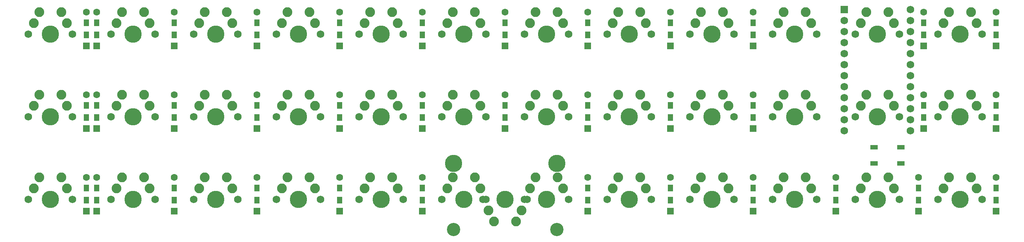
<source format=gbr>
%TF.GenerationSoftware,KiCad,Pcbnew,(5.1.9)-1*%
%TF.CreationDate,2021-06-01T11:31:06-07:00*%
%TF.ProjectId,ogurec,6f677572-6563-42e6-9b69-6361645f7063,rev?*%
%TF.SameCoordinates,Original*%
%TF.FileFunction,Soldermask,Bot*%
%TF.FilePolarity,Negative*%
%FSLAX46Y46*%
G04 Gerber Fmt 4.6, Leading zero omitted, Abs format (unit mm)*
G04 Created by KiCad (PCBNEW (5.1.9)-1) date 2021-06-01 11:31:06*
%MOMM*%
%LPD*%
G01*
G04 APERTURE LIST*
%ADD10C,2.250000*%
%ADD11C,3.987800*%
%ADD12C,1.750000*%
%ADD13C,3.048000*%
%ADD14R,1.600000X1.600000*%
%ADD15C,1.600000*%
%ADD16R,1.200000X1.600000*%
%ADD17R,1.800000X1.100000*%
%ADD18C,1.752600*%
%ADD19R,1.752600X1.752600*%
G04 APERTURE END LIST*
D10*
%TO.C,MX30a1*%
X150971380Y-90646324D03*
X157321380Y-93186324D03*
X152241380Y-93186324D03*
D11*
X154781380Y-88106324D03*
D10*
X158591380Y-90646324D03*
D12*
X159861380Y-88106324D03*
X149701380Y-88106324D03*
D13*
X166687630Y-95091324D03*
X142875130Y-95091324D03*
D11*
X166687630Y-79851324D03*
X142875130Y-79851324D03*
%TD*%
D10*
%TO.C,MX36*%
X257016468Y-83026324D03*
X263366468Y-85566324D03*
X262096468Y-83026324D03*
D11*
X259556468Y-88106324D03*
D10*
X255746468Y-85566324D03*
D12*
X254476468Y-88106324D03*
X264636468Y-88106324D03*
%TD*%
D10*
%TO.C,MX35*%
X237966452Y-83026324D03*
X244316452Y-85566324D03*
X243046452Y-83026324D03*
D11*
X240506452Y-88106324D03*
D10*
X236696452Y-85566324D03*
D12*
X235426452Y-88106324D03*
X245586452Y-88106324D03*
%TD*%
D10*
%TO.C,MX34*%
X218916436Y-83026324D03*
X225266436Y-85566324D03*
X223996436Y-83026324D03*
D11*
X221456436Y-88106324D03*
D10*
X217646436Y-85566324D03*
D12*
X216376436Y-88106324D03*
X226536436Y-88106324D03*
%TD*%
D10*
%TO.C,MX33*%
X199866420Y-83026324D03*
X206216420Y-85566324D03*
X204946420Y-83026324D03*
D11*
X202406420Y-88106324D03*
D10*
X198596420Y-85566324D03*
D12*
X197326420Y-88106324D03*
X207486420Y-88106324D03*
%TD*%
D10*
%TO.C,MX32*%
X180816404Y-83026324D03*
X187166404Y-85566324D03*
X185896404Y-83026324D03*
D11*
X183356404Y-88106324D03*
D10*
X179546404Y-85566324D03*
D12*
X178276404Y-88106324D03*
X188436404Y-88106324D03*
%TD*%
D10*
%TO.C,MX31*%
X161766388Y-83026324D03*
X168116388Y-85566324D03*
X166846388Y-83026324D03*
D11*
X164306388Y-88106324D03*
D10*
X160496388Y-85566324D03*
D12*
X159226388Y-88106324D03*
X169386388Y-88106324D03*
%TD*%
D10*
%TO.C,MX30*%
X142716372Y-83026324D03*
X149066372Y-85566324D03*
X147796372Y-83026324D03*
D11*
X145256372Y-88106324D03*
D10*
X141446372Y-85566324D03*
D12*
X140176372Y-88106324D03*
X150336372Y-88106324D03*
%TD*%
D10*
%TO.C,MX29*%
X123666356Y-83026324D03*
X130016356Y-85566324D03*
X128746356Y-83026324D03*
D11*
X126206356Y-88106324D03*
D10*
X122396356Y-85566324D03*
D12*
X121126356Y-88106324D03*
X131286356Y-88106324D03*
%TD*%
D10*
%TO.C,MX28*%
X104616340Y-83026324D03*
X110966340Y-85566324D03*
X109696340Y-83026324D03*
D11*
X107156340Y-88106324D03*
D10*
X103346340Y-85566324D03*
D12*
X102076340Y-88106324D03*
X112236340Y-88106324D03*
%TD*%
D10*
%TO.C,MX27*%
X85566324Y-83026324D03*
X91916324Y-85566324D03*
X90646324Y-83026324D03*
D11*
X88106324Y-88106324D03*
D10*
X84296324Y-85566324D03*
D12*
X83026324Y-88106324D03*
X93186324Y-88106324D03*
%TD*%
D10*
%TO.C,MX26*%
X66516308Y-83026324D03*
X72866308Y-85566324D03*
X71596308Y-83026324D03*
D11*
X69056308Y-88106324D03*
D10*
X65246308Y-85566324D03*
D12*
X63976308Y-88106324D03*
X74136308Y-88106324D03*
%TD*%
D10*
%TO.C,MX25*%
X47466292Y-83026324D03*
X53816292Y-85566324D03*
X52546292Y-83026324D03*
D11*
X50006292Y-88106324D03*
D10*
X46196292Y-85566324D03*
D12*
X44926292Y-88106324D03*
X55086292Y-88106324D03*
%TD*%
D10*
%TO.C,MX24*%
X257016468Y-63976308D03*
X263366468Y-66516308D03*
X262096468Y-63976308D03*
D11*
X259556468Y-69056308D03*
D10*
X255746468Y-66516308D03*
D12*
X254476468Y-69056308D03*
X264636468Y-69056308D03*
%TD*%
D10*
%TO.C,MX23*%
X237966452Y-63976308D03*
X244316452Y-66516308D03*
X243046452Y-63976308D03*
D11*
X240506452Y-69056308D03*
D10*
X236696452Y-66516308D03*
D12*
X235426452Y-69056308D03*
X245586452Y-69056308D03*
%TD*%
D10*
%TO.C,MX22*%
X218916436Y-63976308D03*
X225266436Y-66516308D03*
X223996436Y-63976308D03*
D11*
X221456436Y-69056308D03*
D10*
X217646436Y-66516308D03*
D12*
X216376436Y-69056308D03*
X226536436Y-69056308D03*
%TD*%
D10*
%TO.C,MX21*%
X199866420Y-63976308D03*
X206216420Y-66516308D03*
X204946420Y-63976308D03*
D11*
X202406420Y-69056308D03*
D10*
X198596420Y-66516308D03*
D12*
X197326420Y-69056308D03*
X207486420Y-69056308D03*
%TD*%
D10*
%TO.C,MX20*%
X180816404Y-63976308D03*
X187166404Y-66516308D03*
X185896404Y-63976308D03*
D11*
X183356404Y-69056308D03*
D10*
X179546404Y-66516308D03*
D12*
X178276404Y-69056308D03*
X188436404Y-69056308D03*
%TD*%
D10*
%TO.C,MX19*%
X161766388Y-63976308D03*
X168116388Y-66516308D03*
X166846388Y-63976308D03*
D11*
X164306388Y-69056308D03*
D10*
X160496388Y-66516308D03*
D12*
X159226388Y-69056308D03*
X169386388Y-69056308D03*
%TD*%
D10*
%TO.C,MX18*%
X142716372Y-63976308D03*
X149066372Y-66516308D03*
X147796372Y-63976308D03*
D11*
X145256372Y-69056308D03*
D10*
X141446372Y-66516308D03*
D12*
X140176372Y-69056308D03*
X150336372Y-69056308D03*
%TD*%
D10*
%TO.C,MX17*%
X123666356Y-63976308D03*
X130016356Y-66516308D03*
X128746356Y-63976308D03*
D11*
X126206356Y-69056308D03*
D10*
X122396356Y-66516308D03*
D12*
X121126356Y-69056308D03*
X131286356Y-69056308D03*
%TD*%
D10*
%TO.C,MX16*%
X104616340Y-63976308D03*
X110966340Y-66516308D03*
X109696340Y-63976308D03*
D11*
X107156340Y-69056308D03*
D10*
X103346340Y-66516308D03*
D12*
X102076340Y-69056308D03*
X112236340Y-69056308D03*
%TD*%
D10*
%TO.C,MX15*%
X85566324Y-63976308D03*
X91916324Y-66516308D03*
X90646324Y-63976308D03*
D11*
X88106324Y-69056308D03*
D10*
X84296324Y-66516308D03*
D12*
X83026324Y-69056308D03*
X93186324Y-69056308D03*
%TD*%
D10*
%TO.C,MX14*%
X66516308Y-63976308D03*
X72866308Y-66516308D03*
X71596308Y-63976308D03*
D11*
X69056308Y-69056308D03*
D10*
X65246308Y-66516308D03*
D12*
X63976308Y-69056308D03*
X74136308Y-69056308D03*
%TD*%
D10*
%TO.C,MX13*%
X47466292Y-63976308D03*
X53816292Y-66516308D03*
X52546292Y-63976308D03*
D11*
X50006292Y-69056308D03*
D10*
X46196292Y-66516308D03*
D12*
X44926292Y-69056308D03*
X55086292Y-69056308D03*
%TD*%
D10*
%TO.C,MX12*%
X257016468Y-44926292D03*
X263366468Y-47466292D03*
X262096468Y-44926292D03*
D11*
X259556468Y-50006292D03*
D10*
X255746468Y-47466292D03*
D12*
X254476468Y-50006292D03*
X264636468Y-50006292D03*
%TD*%
D10*
%TO.C,MX11*%
X237966452Y-44926292D03*
X244316452Y-47466292D03*
X243046452Y-44926292D03*
D11*
X240506452Y-50006292D03*
D10*
X236696452Y-47466292D03*
D12*
X235426452Y-50006292D03*
X245586452Y-50006292D03*
%TD*%
D10*
%TO.C,MX10*%
X218916436Y-44926292D03*
X225266436Y-47466292D03*
X223996436Y-44926292D03*
D11*
X221456436Y-50006292D03*
D10*
X217646436Y-47466292D03*
D12*
X216376436Y-50006292D03*
X226536436Y-50006292D03*
%TD*%
D10*
%TO.C,MX9*%
X199866420Y-44926292D03*
X206216420Y-47466292D03*
X204946420Y-44926292D03*
D11*
X202406420Y-50006292D03*
D10*
X198596420Y-47466292D03*
D12*
X197326420Y-50006292D03*
X207486420Y-50006292D03*
%TD*%
D10*
%TO.C,MX8*%
X180816404Y-44926292D03*
X187166404Y-47466292D03*
X185896404Y-44926292D03*
D11*
X183356404Y-50006292D03*
D10*
X179546404Y-47466292D03*
D12*
X178276404Y-50006292D03*
X188436404Y-50006292D03*
%TD*%
D10*
%TO.C,MX7*%
X161766388Y-44926292D03*
X168116388Y-47466292D03*
X166846388Y-44926292D03*
D11*
X164306388Y-50006292D03*
D10*
X160496388Y-47466292D03*
D12*
X159226388Y-50006292D03*
X169386388Y-50006292D03*
%TD*%
D10*
%TO.C,MX6*%
X142716372Y-44926292D03*
X149066372Y-47466292D03*
X147796372Y-44926292D03*
D11*
X145256372Y-50006292D03*
D10*
X141446372Y-47466292D03*
D12*
X140176372Y-50006292D03*
X150336372Y-50006292D03*
%TD*%
D10*
%TO.C,MX5*%
X123666356Y-44926292D03*
X130016356Y-47466292D03*
X128746356Y-44926292D03*
D11*
X126206356Y-50006292D03*
D10*
X122396356Y-47466292D03*
D12*
X121126356Y-50006292D03*
X131286356Y-50006292D03*
%TD*%
D10*
%TO.C,MX4*%
X104616340Y-44926292D03*
X110966340Y-47466292D03*
X109696340Y-44926292D03*
D11*
X107156340Y-50006292D03*
D10*
X103346340Y-47466292D03*
D12*
X102076340Y-50006292D03*
X112236340Y-50006292D03*
%TD*%
D10*
%TO.C,MX3*%
X85566324Y-44926292D03*
X91916324Y-47466292D03*
X90646324Y-44926292D03*
D11*
X88106324Y-50006292D03*
D10*
X84296324Y-47466292D03*
D12*
X83026324Y-50006292D03*
X93186324Y-50006292D03*
%TD*%
D10*
%TO.C,MX2*%
X66516308Y-44926292D03*
X72866308Y-47466292D03*
X71596308Y-44926292D03*
D11*
X69056308Y-50006292D03*
D10*
X65246308Y-47466292D03*
D12*
X63976308Y-50006292D03*
X74136308Y-50006292D03*
%TD*%
D10*
%TO.C,MX1*%
X47466292Y-44926292D03*
X53816292Y-47466292D03*
X52546292Y-44926292D03*
D11*
X50006292Y-50006292D03*
D10*
X46196292Y-47466292D03*
D12*
X44926292Y-50006292D03*
X55086292Y-50006292D03*
%TD*%
D14*
%TO.C,D36*%
X267890850Y-90815698D03*
D15*
X267890850Y-83015698D03*
D16*
X267890850Y-88315698D03*
X267890850Y-85515698D03*
%TD*%
D14*
%TO.C,D35*%
X250031460Y-90815698D03*
D15*
X250031460Y-83015698D03*
D16*
X250031460Y-88315698D03*
X250031460Y-85515698D03*
%TD*%
D14*
%TO.C,D34*%
X230981444Y-90815698D03*
D15*
X230981444Y-83015698D03*
D16*
X230981444Y-88315698D03*
X230981444Y-85515698D03*
%TD*%
D14*
%TO.C,D33*%
X211931428Y-90815698D03*
D15*
X211931428Y-83015698D03*
D16*
X211931428Y-88315698D03*
X211931428Y-85515698D03*
%TD*%
D14*
%TO.C,D32*%
X192881412Y-90815698D03*
D15*
X192881412Y-83015698D03*
D16*
X192881412Y-88315698D03*
X192881412Y-85515698D03*
%TD*%
D14*
%TO.C,D31*%
X173831396Y-90815698D03*
D15*
X173831396Y-83015698D03*
D16*
X173831396Y-88315698D03*
X173831396Y-85515698D03*
%TD*%
D14*
%TO.C,D30*%
X135731364Y-90815698D03*
D15*
X135731364Y-83015698D03*
D16*
X135731364Y-88315698D03*
X135731364Y-85515698D03*
%TD*%
D14*
%TO.C,D29*%
X116681348Y-90815698D03*
D15*
X116681348Y-83015698D03*
D16*
X116681348Y-88315698D03*
X116681348Y-85515698D03*
%TD*%
D14*
%TO.C,D28*%
X97631332Y-90815698D03*
D15*
X97631332Y-83015698D03*
D16*
X97631332Y-88315698D03*
X97631332Y-85515698D03*
%TD*%
D14*
%TO.C,D27*%
X78581316Y-90815698D03*
D15*
X78581316Y-83015698D03*
D16*
X78581316Y-88315698D03*
X78581316Y-85515698D03*
%TD*%
D14*
%TO.C,D26*%
X60721926Y-90815698D03*
D15*
X60721926Y-83015698D03*
D16*
X60721926Y-88315698D03*
X60721926Y-85515698D03*
%TD*%
D14*
%TO.C,D25*%
X58340674Y-90815698D03*
D15*
X58340674Y-83015698D03*
D16*
X58340674Y-88315698D03*
X58340674Y-85515698D03*
%TD*%
D14*
%TO.C,D24*%
X267890850Y-71765682D03*
D15*
X267890850Y-63965682D03*
D16*
X267890850Y-69265682D03*
X267890850Y-66465682D03*
%TD*%
D14*
%TO.C,D23*%
X251222086Y-71765682D03*
D15*
X251222086Y-63965682D03*
D16*
X251222086Y-69265682D03*
X251222086Y-66465682D03*
%TD*%
D14*
%TO.C,D22*%
X211931428Y-71765682D03*
D15*
X211931428Y-63965682D03*
D16*
X211931428Y-69265682D03*
X211931428Y-66465682D03*
%TD*%
D14*
%TO.C,D21*%
X192881412Y-71765682D03*
D15*
X192881412Y-63965682D03*
D16*
X192881412Y-69265682D03*
X192881412Y-66465682D03*
%TD*%
D14*
%TO.C,D20*%
X173831396Y-71765682D03*
D15*
X173831396Y-63965682D03*
D16*
X173831396Y-69265682D03*
X173831396Y-66465682D03*
%TD*%
D14*
%TO.C,D19*%
X154781380Y-71765682D03*
D15*
X154781380Y-63965682D03*
D16*
X154781380Y-69265682D03*
X154781380Y-66465682D03*
%TD*%
D14*
%TO.C,D18*%
X135731364Y-71765682D03*
D15*
X135731364Y-63965682D03*
D16*
X135731364Y-69265682D03*
X135731364Y-66465682D03*
%TD*%
D14*
%TO.C,D17*%
X116681348Y-71765682D03*
D15*
X116681348Y-63965682D03*
D16*
X116681348Y-69265682D03*
X116681348Y-66465682D03*
%TD*%
D14*
%TO.C,D16*%
X97631332Y-71765682D03*
D15*
X97631332Y-63965682D03*
D16*
X97631332Y-69265682D03*
X97631332Y-66465682D03*
%TD*%
D14*
%TO.C,D15*%
X78581316Y-71765682D03*
D15*
X78581316Y-63965682D03*
D16*
X78581316Y-69265682D03*
X78581316Y-66465682D03*
%TD*%
D14*
%TO.C,D14*%
X60721926Y-71765682D03*
D15*
X60721926Y-63965682D03*
D16*
X60721926Y-69265682D03*
X60721926Y-66465682D03*
%TD*%
D14*
%TO.C,D13*%
X58340674Y-71765682D03*
D15*
X58340674Y-63965682D03*
D16*
X58340674Y-69265682D03*
X58340674Y-66465682D03*
%TD*%
D14*
%TO.C,D12*%
X267890850Y-52715666D03*
D15*
X267890850Y-44915666D03*
D16*
X267890850Y-50215666D03*
X267890850Y-47415666D03*
%TD*%
D14*
%TO.C,D11*%
X251222086Y-52715666D03*
D15*
X251222086Y-44915666D03*
D16*
X251222086Y-50215666D03*
X251222086Y-47415666D03*
%TD*%
D14*
%TO.C,D10*%
X211931428Y-52715666D03*
D15*
X211931428Y-44915666D03*
D16*
X211931428Y-50215666D03*
X211931428Y-47415666D03*
%TD*%
D14*
%TO.C,D9*%
X192881412Y-52715666D03*
D15*
X192881412Y-44915666D03*
D16*
X192881412Y-50215666D03*
X192881412Y-47415666D03*
%TD*%
D14*
%TO.C,D8*%
X173831396Y-52715666D03*
D15*
X173831396Y-44915666D03*
D16*
X173831396Y-50215666D03*
X173831396Y-47415666D03*
%TD*%
D14*
%TO.C,D7*%
X154781380Y-52715666D03*
D15*
X154781380Y-44915666D03*
D16*
X154781380Y-50215666D03*
X154781380Y-47415666D03*
%TD*%
D14*
%TO.C,D6*%
X135731364Y-52715666D03*
D15*
X135731364Y-44915666D03*
D16*
X135731364Y-50215666D03*
X135731364Y-47415666D03*
%TD*%
D14*
%TO.C,D5*%
X116681348Y-52715666D03*
D15*
X116681348Y-44915666D03*
D16*
X116681348Y-50215666D03*
X116681348Y-47415666D03*
%TD*%
D14*
%TO.C,D4*%
X97631332Y-52715666D03*
D15*
X97631332Y-44915666D03*
D16*
X97631332Y-50215666D03*
X97631332Y-47415666D03*
%TD*%
D14*
%TO.C,D3*%
X78581316Y-52715666D03*
D15*
X78581316Y-44915666D03*
D16*
X78581316Y-50215666D03*
X78581316Y-47415666D03*
%TD*%
D14*
%TO.C,D2*%
X60721926Y-52715666D03*
D15*
X60721926Y-44915666D03*
D16*
X60721926Y-50215666D03*
X60721926Y-47415666D03*
%TD*%
D14*
%TO.C,D1*%
X58340674Y-52715666D03*
D15*
X58340674Y-44915666D03*
D16*
X58340674Y-50215666D03*
X58340674Y-47415666D03*
%TD*%
D17*
%TO.C,RESET1*%
X245987704Y-76136003D03*
X239787704Y-76136003D03*
X245987704Y-79836003D03*
X239787704Y-79836003D03*
%TD*%
D18*
%TO.C,PM1*%
X248126452Y-44370674D03*
X232886452Y-72310674D03*
X248126452Y-46910674D03*
X248126452Y-49450674D03*
X248126452Y-51990674D03*
X248126452Y-54530674D03*
X248126452Y-57070674D03*
X248126452Y-59610674D03*
X248126452Y-62150674D03*
X248126452Y-64690674D03*
X248126452Y-67230674D03*
X248126452Y-69770674D03*
X248126452Y-72310674D03*
X232886452Y-69770674D03*
X232886452Y-67230674D03*
X232886452Y-64690674D03*
X232886452Y-62150674D03*
X232886452Y-59610674D03*
X232886452Y-57070674D03*
X232886452Y-54530674D03*
X232886452Y-51990674D03*
X232886452Y-49450674D03*
X232886452Y-46910674D03*
D19*
X232886452Y-44370674D03*
%TD*%
M02*

</source>
